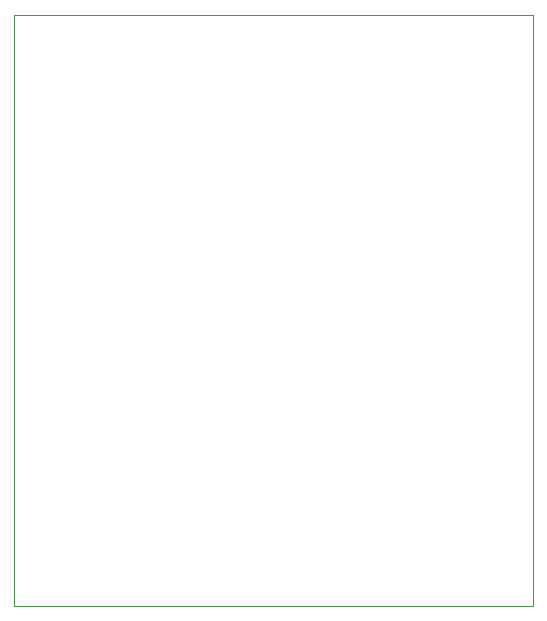
<source format=gm1>
G04*
G04 #@! TF.GenerationSoftware,Altium Limited,Altium Designer,22.6.1 (34)*
G04*
G04 Layer_Color=16711935*
%FSAX43Y43*%
%MOMM*%
G71*
G04*
G04 #@! TF.SameCoordinates,DFD1A6D8-6486-425C-A6BB-C63D1257436E*
G04*
G04*
G04 #@! TF.FilePolarity,Positive*
G04*
G01*
G75*
%ADD13C,0.100*%
D13*
X0000000Y0050000D02*
X0044000D01*
X0044000Y0000000D02*
Y0050000D01*
X0000000Y0000000D02*
Y0050000D01*
Y0000000D02*
X0044000D01*
M02*

</source>
